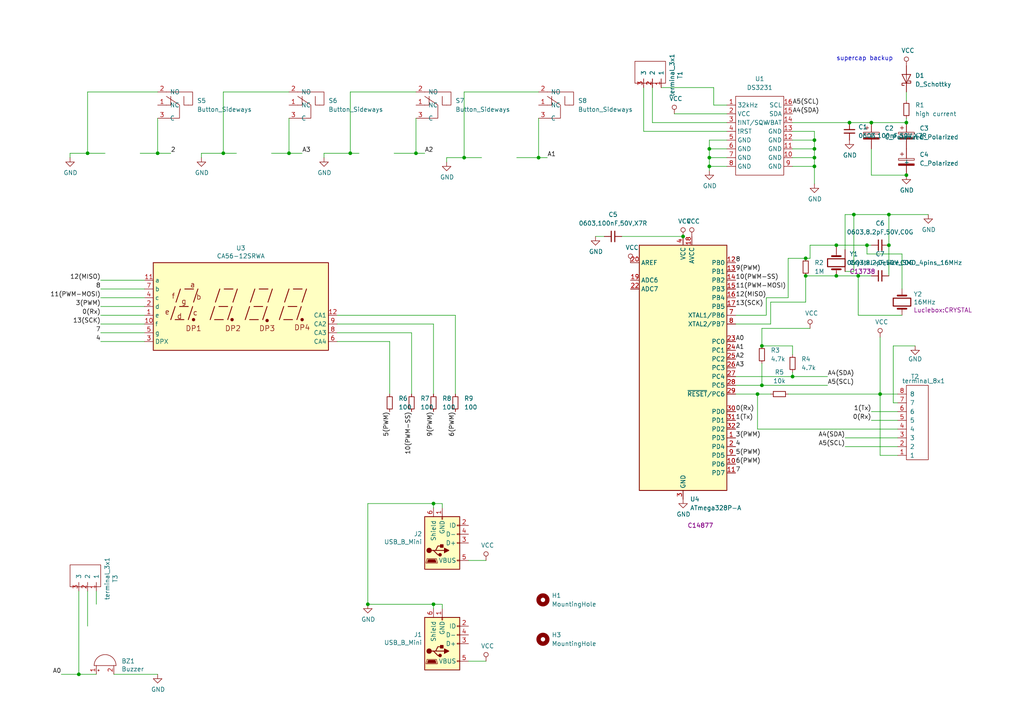
<source format=kicad_sch>
(kicad_sch (version 20211123) (generator eeschema)
  (paper "A4")
  (lib_symbols
    (symbol "ATmega328P-A_1"
      (property "Reference" "U?" (at 2.0194 -38.1 0))
      (property "Value" "ATmega328P-A_1" (at 2.0194 -40.64 0))
      (property "LCSC" "C14877" (at 0 0 0))
      (symbol "ATmega328P-A_1_0_1"
        (rectangle (start -12.7 -35.56) (end 12.7 35.56) (stroke (width 0.254)) (fill (type background)))
      )
      (symbol "ATmega328P-A_1_1_1"
        (pin bidirectional line (at 15.24 -20.32 180) (length 2.54) (name "PD3") (number "1"))
        (pin bidirectional line (at 15.24 -27.94 180) (length 2.54) (name "PD6") (number "10"))
        (pin bidirectional line (at 15.24 -30.48 180) (length 2.54) (name "PD7") (number "11"))
        (pin bidirectional line (at 15.24 30.48 180) (length 2.54) (name "PB0") (number "12"))
        (pin bidirectional line (at 15.24 27.94 180) (length 2.54) (name "PB1") (number "13"))
        (pin bidirectional line (at 15.24 25.4 180) (length 2.54) (name "PB2") (number "14"))
        (pin bidirectional line (at 15.24 22.86 180) (length 2.54) (name "PB3") (number "15"))
        (pin bidirectional line (at 15.24 20.32 180) (length 2.54) (name "PB4") (number "16"))
        (pin bidirectional line (at 15.24 17.78 180) (length 2.54) (name "PB5") (number "17"))
        (pin power_in line (at 2.54 38.1 270) (length 2.54) (name "AVCC") (number "18"))
        (pin input line (at -15.24 25.4 0) (length 2.54) (name "ADC6") (number "19"))
        (pin bidirectional line (at 15.24 -22.86 180) (length 2.54) (name "PD4") (number "2"))
        (pin passive line (at -15.24 30.48 0) (length 2.54) (name "AREF") (number "20"))
        (pin passive line (at 0 -38.1 90) (length 2.54) hide (name "GND") (number "21"))
        (pin input line (at -15.24 22.86 0) (length 2.54) (name "ADC7") (number "22"))
        (pin bidirectional line (at 15.24 7.62 180) (length 2.54) (name "PC0") (number "23"))
        (pin bidirectional line (at 15.24 5.08 180) (length 2.54) (name "PC1") (number "24"))
        (pin bidirectional line (at 15.24 2.54 180) (length 2.54) (name "PC2") (number "25"))
        (pin bidirectional line (at 15.24 0 180) (length 2.54) (name "PC3") (number "26"))
        (pin bidirectional line (at 15.24 -2.54 180) (length 2.54) (name "PC4") (number "27"))
        (pin bidirectional line (at 15.24 -5.08 180) (length 2.54) (name "PC5") (number "28"))
        (pin bidirectional line (at 15.24 -7.62 180) (length 2.54) (name "~{RESET}/PC6") (number "29"))
        (pin power_in line (at 0 -38.1 90) (length 2.54) (name "GND") (number "3"))
        (pin bidirectional line (at 15.24 -12.7 180) (length 2.54) (name "PD0") (number "30"))
        (pin bidirectional line (at 15.24 -15.24 180) (length 2.54) (name "PD1") (number "31"))
        (pin bidirectional line (at 15.24 -17.78 180) (length 2.54) (name "PD2") (number "32"))
        (pin power_in line (at 0 38.1 270) (length 2.54) (name "VCC") (number "4"))
        (pin passive line (at 0 -38.1 90) (length 2.54) hide (name "GND") (number "5"))
        (pin passive line (at 0 38.1 270) (length 2.54) hide (name "VCC") (number "6"))
        (pin bidirectional line (at 15.24 15.24 180) (length 2.54) (name "XTAL1/PB6") (number "7"))
        (pin bidirectional line (at 15.24 12.7 180) (length 2.54) (name "XTAL2/PB7") (number "8"))
        (pin bidirectional line (at 15.24 -25.4 180) (length 2.54) (name "PD5") (number "9"))
      )
    )
    (symbol "Luciebox_components:4digit_7segments_common_anode_CA56-12SRWA"
      (property "Reference" "U" (at -24.13 13.97 0))
      (property "Value" "4digit_7segments_common_anode_CA56-12SRWA" (at 17.78 13.97 0))
      (symbol "4digit_7segments_common_anode_CA56-12SRWA_0_0"
        (rectangle (start -25.4 12.7) (end 25.4 -12.7) (stroke (width 0.254)) (fill (type background)))
        (polyline (pts (xy -20.32 -3.81) (xy -19.05 0)) (stroke (width 0.254)))
        (polyline (pts (xy -19.05 -3.81) (xy -16.51 -3.81)) (stroke (width 0.254)))
        (polyline (pts (xy -18.796 1.27) (xy -17.526 5.08)) (stroke (width 0.254)))
        (polyline (pts (xy -17.78 0) (xy -15.24 0)) (stroke (width 0.254)))
        (polyline (pts (xy -16.256 5.08) (xy -13.716 5.08)) (stroke (width 0.254)))
        (polyline (pts (xy -15.24 -3.81) (xy -13.97 0)) (stroke (width 0.254)))
        (polyline (pts (xy -13.716 1.27) (xy -12.446 5.08)) (stroke (width 0.254)))
        (polyline (pts (xy -8.89 -3.81) (xy -7.62 0)) (stroke (width 0.254)))
        (polyline (pts (xy -7.62 -3.81) (xy -5.08 -3.81)) (stroke (width 0.254)))
        (polyline (pts (xy -7.366 1.27) (xy -6.096 5.08)) (stroke (width 0.254)))
        (polyline (pts (xy -6.35 0) (xy -3.81 0)) (stroke (width 0.254)))
        (polyline (pts (xy -4.826 5.08) (xy -2.286 5.08)) (stroke (width 0.254)))
        (polyline (pts (xy -3.81 -3.81) (xy -2.54 0)) (stroke (width 0.254)))
        (polyline (pts (xy -2.286 1.27) (xy -1.016 5.08)) (stroke (width 0.254)))
        (polyline (pts (xy 1.27 -3.81) (xy 2.54 0)) (stroke (width 0.254)))
        (polyline (pts (xy 2.54 -3.81) (xy 5.08 -3.81)) (stroke (width 0.254)))
        (polyline (pts (xy 2.794 1.27) (xy 4.064 5.08)) (stroke (width 0.254)))
        (polyline (pts (xy 3.81 0) (xy 6.35 0)) (stroke (width 0.254)))
        (polyline (pts (xy 5.334 5.08) (xy 7.874 5.08)) (stroke (width 0.254)))
        (polyline (pts (xy 6.35 -3.81) (xy 7.62 0)) (stroke (width 0.254)))
        (polyline (pts (xy 7.874 1.27) (xy 9.144 5.08)) (stroke (width 0.254)))
        (polyline (pts (xy 11.176 -3.81) (xy 12.446 0)) (stroke (width 0.254)))
        (polyline (pts (xy 12.446 -3.81) (xy 14.986 -3.81)) (stroke (width 0.254)))
        (polyline (pts (xy 12.7 1.27) (xy 13.97 5.08)) (stroke (width 0.254)))
        (polyline (pts (xy 13.716 0) (xy 16.256 0)) (stroke (width 0.254)))
        (polyline (pts (xy 15.24 5.08) (xy 17.78 5.08)) (stroke (width 0.254)))
        (polyline (pts (xy 16.256 -3.81) (xy 17.526 0)) (stroke (width 0.254)))
        (polyline (pts (xy 17.78 1.27) (xy 19.05 5.08)) (stroke (width 0.254)))
        (text "a" (at -13.97 6.35 0) (effects (font (size 1.524 1.524))))
        (text "b" (at -12.192 2.794 0) (effects (font (size 1.524 1.524))))
        (text "c" (at -13.208 -1.778 0) (effects (font (size 1.524 1.524))))
        (text "d" (at -17.78 -2.794 0) (effects (font (size 1.524 1.524))))
        (text "DP1" (at -13.716 -6.35 0) (effects (font (size 1.524 1.524))))
        (text "DP2" (at -2.286 -6.35 0) (effects (font (size 1.524 1.524))))
        (text "DP3" (at 7.62 -6.35 0) (effects (font (size 1.524 1.524))))
        (text "DP4" (at 17.78 -6.096 0) (effects (font (size 1.524 1.524))))
        (text "e" (at -21.336 -1.524 0) (effects (font (size 1.524 1.524))))
        (text "f" (at -19.558 3.048 0) (effects (font (size 1.524 1.524))))
        (text "g" (at -16.51 1.524 0) (effects (font (size 1.524 1.524))))
      )
      (symbol "4digit_7segments_common_anode_CA56-12SRWA_0_1"
        (circle (center -13.716 -3.81) (radius 0.3556) (stroke (width 0.254)) (fill (type outline)))
        (circle (center -2.54 -3.81) (radius 0.3556) (stroke (width 0.254)) (fill (type outline)))
      )
      (symbol "4digit_7segments_common_anode_CA56-12SRWA_1_0"
        (circle (center 7.62 -4.064) (radius 0.3556) (stroke (width 0.254)) (fill (type outline)))
        (circle (center 17.78 -3.81) (radius 0.3556) (stroke (width 0.254)) (fill (type outline)))
      )
      (symbol "4digit_7segments_common_anode_CA56-12SRWA_1_1"
        (pin input line (at -27.94 -2.54 0) (length 2.54) (name "e") (number "1"))
        (pin input line (at -27.94 -5.08 0) (length 2.54) (name "f") (number "10"))
        (pin input line (at -27.94 7.62 0) (length 2.54) (name "a") (number "11"))
        (pin input line (at 27.94 -2.54 180) (length 2.54) (name "CA1") (number "12"))
        (pin input line (at -27.94 0 0) (length 2.54) (name "d") (number "2"))
        (pin input line (at -27.94 -10.16 0) (length 2.54) (name "DPX") (number "3"))
        (pin input line (at -27.94 2.54 0) (length 2.54) (name "c") (number "4"))
        (pin input line (at -27.94 -7.62 0) (length 2.54) (name "g") (number "5"))
        (pin input line (at 27.94 -10.16 180) (length 2.54) (name "CA4") (number "6"))
        (pin input line (at -27.94 5.08 0) (length 2.54) (name "b") (number "7"))
        (pin input line (at 27.94 -7.62 180) (length 2.54) (name "CA3") (number "8"))
        (pin input line (at 27.94 -5.08 180) (length 2.54) (name "CA2") (number "9"))
      )
    )
    (symbol "Luciebox_components:Buzzer-Device" (pin_names (offset 0.0254) hide)
      (property "Reference" "BZ" (at 3.81 1.27 0))
      (property "Value" "Buzzer-Device" (at 3.81 -1.27 0))
      (symbol "Buzzer-Device_0_1"
        (arc (start 0 -3.175) (mid 3.175 0) (end 0 3.175))
        (polyline (pts (xy -1.651 1.905) (xy -1.143 1.905)))
        (polyline (pts (xy -1.397 2.159) (xy -1.397 1.651)))
        (polyline (pts (xy 0 3.175) (xy 0 -3.175)))
      )
      (symbol "Buzzer-Device_1_1"
        (pin passive line (at -2.54 2.54 0) (length 2.54) (name "-") (number "1"))
        (pin passive line (at -2.54 -2.54 0) (length 2.54) (name "+") (number "2"))
      )
    )
    (symbol "Luciebox_components:Crystal-Device" (pin_numbers hide) (pin_names (offset 1.016) hide)
      (property "Reference" "Y" (at 0 3.81 0))
      (property "Value" "Crystal-Device" (at 0 -3.81 0))
      (symbol "Crystal-Device_0_1"
        (rectangle (start -1.143 2.54) (end 1.143 -2.54) (stroke (width 0.3048)))
        (polyline (pts (xy -2.54 0) (xy -1.905 0)))
        (polyline (pts (xy -1.905 -1.27) (xy -1.905 1.27)) (stroke (width 0.508)))
        (polyline (pts (xy 1.905 -1.27) (xy 1.905 1.27)) (stroke (width 0.508)))
        (polyline (pts (xy 2.54 0) (xy 1.905 0)))
      )
      (symbol "Crystal-Device_1_1"
        (pin passive line (at -3.81 0 0) (length 1.27) (name "1") (number "1"))
        (pin passive line (at 3.81 0 180) (length 1.27) (name "2") (number "2"))
      )
    )
    (symbol "Luciebox_components:GND-power" (power) (pin_names (offset 0))
      (property "Value" "GND-power" (at 0 -3.81 0))
      (symbol "GND-power_0_1"
        (polyline (pts (xy 0 0) (xy 0 -1.27) (xy 1.27 -1.27) (xy 0 -2.54) (xy -1.27 -1.27) (xy 0 -1.27)))
      )
      (symbol "GND-power_1_1"
        (pin power_in line (at 0 0 270) (length 0) hide (name "GND") (number "1"))
      )
    )
    (symbol "Luciebox_components:USB_B_Mini" (pin_names (offset 1.016))
      (property "Reference" "J" (at -5.08 11.43 0))
      (property "Value" "USB_B_Mini" (at -5.08 8.89 0))
      (symbol "USB_B_Mini_0_1"
        (rectangle (start -5.08 -7.62) (end 5.08 7.62) (stroke (width 0.254)) (fill (type background)))
        (circle (center -3.81 2.159) (radius 0.635) (stroke (width 0.254)) (fill (type outline)))
        (circle (center -0.635 3.429) (radius 0.381) (stroke (width 0.254)) (fill (type outline)))
        (rectangle (start -0.127 -7.62) (end 0.127 -6.858))
        (polyline (pts (xy -1.905 2.159) (xy 0.635 2.159)) (stroke (width 0.254)))
        (polyline (pts (xy -3.175 2.159) (xy -2.54 2.159) (xy -1.27 3.429) (xy -0.635 3.429)) (stroke (width 0.254)))
        (polyline (pts (xy -2.54 2.159) (xy -1.905 2.159) (xy -1.27 0.889) (xy 0 0.889)) (stroke (width 0.254)))
        (polyline (pts (xy 0.635 2.794) (xy 0.635 1.524) (xy 1.905 2.159) (xy 0.635 2.794)) (stroke (width 0.254)) (fill (type outline)))
        (polyline (pts (xy -4.318 5.588) (xy -1.778 5.588) (xy -2.032 4.826) (xy -4.064 4.826) (xy -4.318 5.588)) (fill (type outline)))
        (polyline (pts (xy -4.699 5.842) (xy -4.699 5.588) (xy -4.445 4.826) (xy -4.445 4.572) (xy -1.651 4.572) (xy -1.651 4.826) (xy -1.397 5.588) (xy -1.397 5.842) (xy -4.699 5.842)))
        (rectangle (start 0.254 1.27) (end -0.508 0.508) (stroke (width 0.254)) (fill (type outline)))
        (rectangle (start 5.08 -5.207) (end 4.318 -4.953))
        (rectangle (start 5.08 -2.667) (end 4.318 -2.413))
        (rectangle (start 5.08 -0.127) (end 4.318 0.127))
        (rectangle (start 5.08 4.953) (end 4.318 5.207))
      )
      (symbol "USB_B_Mini_1_1"
        (pin power_out line (at 0 -10.16 90) (length 2.54) (name "GND") (number "1"))
        (pin passive line (at 7.62 -5.08 180) (length 2.54) (name "ID") (number "2"))
        (pin passive line (at 7.62 0 180) (length 2.54) (name "D+") (number "3"))
        (pin passive line (at 7.62 -2.54 180) (length 2.54) (name "D-") (number "4"))
        (pin power_out line (at 7.62 5.08 180) (length 2.54) (name "VBUS") (number "5"))
        (pin passive line (at -2.54 -10.16 90) (length 2.54) (name "Shield") (number "6"))
      )
    )
    (symbol "Luciebox_components:VCC-power" (power) (pin_names (offset 0))
      (property "Value" "VCC-power" (at 0 3.81 0))
      (symbol "VCC-power_0_1"
        (polyline (pts (xy 0 0) (xy 0 1.27)))
        (circle (center 0 1.905) (radius 0.635))
      )
      (symbol "VCC-power_1_1"
        (pin power_in line (at 0 0 90) (length 0) hide (name "VCC") (number "1"))
      )
    )
    (symbol "Luciebox_components:terminal_3x1" (pin_names (offset 1.016))
      (property "Reference" "T" (at -1.27 10.16 0))
      (property "Value" "terminal_3x1" (at 2.54 -5.08 0))
      (symbol "terminal_3x1_0_0"
        (pin input line (at -1.27 0 0) (length 2.54) (name "1") (number "1"))
        (pin input line (at -1.27 2.54 0) (length 2.54) (name "2") (number "2"))
        (pin input line (at -1.27 5.08 0) (length 2.54) (name "3") (number "3"))
      )
      (symbol "terminal_3x1_0_1"
        (rectangle (start 0 7.62) (end 6.35 -1.27))
      )
    )
    (symbol "Luciebox_components:terminal_8x1" (pin_names (offset 1.016))
      (property "Reference" "T" (at -1.27 27.94 0))
      (property "Value" "terminal_8x1" (at 2.54 -5.08 0))
      (symbol "terminal_8x1_0_0"
        (pin input line (at -1.27 0 0) (length 2.54) (name "1") (number "1"))
        (pin input line (at -1.27 2.54 0) (length 2.54) (name "2") (number "2"))
        (pin input line (at -1.27 5.08 0) (length 2.54) (name "3") (number "3"))
        (pin input line (at -1.27 7.62 0) (length 2.54) (name "4") (number "4"))
        (pin input line (at -1.27 10.16 0) (length 2.54) (name "5") (number "5"))
        (pin input line (at -1.27 12.7 0) (length 2.54) (name "6") (number "6"))
        (pin input line (at -1.27 15.24 0) (length 2.54) (name "7") (number "7"))
        (pin input line (at -1.27 17.78 0) (length 2.54) (name "8") (number "8"))
      )
      (symbol "terminal_8x1_0_1"
        (rectangle (start 1.27 20.32) (end 7.62 -1.27))
      )
    )
    (symbol "digital_clock:Button_Sideways" (pin_names (offset 1.016))
      (property "Reference" "S" (at 0 5.08 0))
      (property "Value" "Button_Sideways" (at 0 -15.24 0))
      (symbol "Button_Sideways_0_1"
        (polyline (pts (xy 6.35 -5.08) (xy 5.08 -5.08) (xy 5.08 -2.54)))
        (polyline (pts (xy 0 -8.89) (xy 3.81 -8.89) (xy 3.81 -5.08) (xy 0 -2.54)))
        (polyline (pts (xy 0 -1.27) (xy 7.62 -1.27) (xy 7.62 -5.08) (xy 6.35 -5.08)))
        (polyline (pts (xy 1.27 -2.54) (xy 1.27 -5.08) (xy 0 -5.08) (xy 1.27 -5.08)))
      )
      (symbol "Button_Sideways_1_1"
        (pin input line (at -2.54 -5.08 0) (length 2.54) (name "NC") (number "1"))
        (pin input line (at -2.54 -1.27 0) (length 2.54) (name "NO") (number "2"))
        (pin input line (at -2.54 -8.89 0) (length 2.54) (name "C") (number "3"))
      )
    )
    (symbol "digital_clock:C_Polarized" (pin_numbers hide) (pin_names (offset 0.254))
      (property "Reference" "C" (at 0.635 2.54 0))
      (property "Value" "C_Polarized" (at 0.635 -2.54 0))
      (symbol "C_Polarized_0_1"
        (rectangle (start -2.286 0.508) (end 2.286 1.016))
        (polyline (pts (xy -1.778 2.286) (xy -0.762 2.286)))
        (polyline (pts (xy -1.27 2.794) (xy -1.27 1.778)))
        (rectangle (start 2.286 -0.508) (end -2.286 -1.016) (fill (type outline)))
      )
      (symbol "C_Polarized_1_1"
        (pin passive line (at 0 3.81 270) (length 2.794) (name "+") (number "1"))
        (pin passive line (at 0 -3.81 90) (length 2.794) (name "-") (number "2"))
      )
    )
    (symbol "digital_clock:Crystal-Device_SMD_4pins_16MHz" (pin_numbers hide) (pin_names (offset 1.016) hide)
      (property "Reference" "Y" (at 0 3.81 0))
      (property "Value" "Crystal-Device_SMD_4pins_16MHz" (at 1.27 -7.62 0))
      (property "JLCS" "C13738" (at 0 6.35 0))
      (symbol "Crystal-Device_SMD_4pins_16MHz_0_0"
        (pin passive line (at 5.08 0 180) (length 2.54) (name "OSC2") (number "3"))
        (pin passive line (at 3.81 -2.54 180) (length 2.54) (name "GND") (number "4"))
      )
      (symbol "Crystal-Device_SMD_4pins_16MHz_0_1"
        (rectangle (start -1.143 2.54) (end 1.143 -2.54) (stroke (width 0.3048)))
        (polyline (pts (xy -2.54 0) (xy -1.905 0)))
        (polyline (pts (xy -1.905 -1.27) (xy -1.905 1.27)) (stroke (width 0.508)))
        (polyline (pts (xy 1.905 -1.27) (xy 1.905 1.27)) (stroke (width 0.508)))
        (polyline (pts (xy 2.54 0) (xy 1.905 0)))
      )
      (symbol "Crystal-Device_SMD_4pins_16MHz_1_1"
        (pin passive line (at -3.81 0 0) (length 1.27) (name "OSC1") (number "1"))
        (pin passive line (at -2.54 -2.54 0) (length 1.27) (name "GND") (number "2"))
      )
    )
    (symbol "digital_clock:DS3231"
      (property "Reference" "U" (at 0 0 0))
      (property "Value" "DS3231" (at 0 0 0))
      (symbol "DS3231_0_0"
        (pin unspecified line (at -11.43 -6.35 0) (length 2.54) (name "32kHz") (number "1"))
        (pin unspecified line (at 7.62 -21.59 180) (length 2.54) (name "GND") (number "10"))
        (pin unspecified line (at 7.62 -19.05 180) (length 2.54) (name "GND") (number "11"))
        (pin unspecified line (at 7.62 -16.51 180) (length 2.54) (name "GND") (number "12"))
        (pin unspecified line (at 7.62 -13.97 180) (length 2.54) (name "GND") (number "13"))
        (pin unspecified line (at 7.62 -11.43 180) (length 2.54) (name "VBAT") (number "14"))
        (pin unspecified line (at 7.62 -8.89 180) (length 2.54) (name "SDA") (number "15"))
        (pin unspecified line (at 7.62 -6.35 180) (length 2.54) (name "SCL") (number "16"))
        (pin unspecified line (at -11.43 -8.89 0) (length 2.54) (name "VCC") (number "2"))
        (pin unspecified line (at -11.43 -11.43 0) (length 2.54) (name "!INT/SQW") (number "3"))
        (pin unspecified line (at -11.43 -13.97 0) (length 2.54) (name "!RST") (number "4"))
        (pin unspecified line (at -11.43 -16.51 0) (length 2.54) (name "GND") (number "5"))
        (pin unspecified line (at -11.43 -19.05 0) (length 2.54) (name "GND") (number "6"))
        (pin unspecified line (at -11.43 -21.59 0) (length 2.54) (name "GND") (number "7"))
        (pin unspecified line (at -11.43 -24.13 0) (length 2.54) (name "GND") (number "8"))
        (pin unspecified line (at 7.62 -24.13 180) (length 2.54) (name "GND") (number "9"))
      )
      (symbol "DS3231_0_1"
        (rectangle (start -8.89 -3.81) (end 5.08 -26.67))
      )
    )
    (symbol "digital_clock:D_Schottky" (pin_numbers hide) (pin_names (offset 1.016) hide)
      (property "Reference" "D" (at 0 2.54 0))
      (property "Value" "D_Schottky" (at 0 -2.54 0))
      (symbol "D_Schottky_0_1"
        (polyline (pts (xy 1.27 0) (xy -1.27 0)))
        (polyline (pts (xy 1.27 1.27) (xy 1.27 -1.27) (xy -1.27 0) (xy 1.27 1.27)) (stroke (width 0.2032)))
        (polyline (pts (xy -1.905 0.635) (xy -1.905 1.27) (xy -1.27 1.27) (xy -1.27 -1.27) (xy -0.635 -1.27) (xy -0.635 -0.635)) (stroke (width 0.2032)))
      )
      (symbol "D_Schottky_1_1"
        (pin passive line (at -3.81 0 0) (length 2.54) (name "K") (number "1"))
        (pin passive line (at 3.81 0 180) (length 2.54) (name "A") (number "2"))
      )
    )
    (symbol "digital_clock:MountingHole" (pin_names (offset 1.016))
      (property "Reference" "H" (at 0 5.08 0))
      (property "Value" "MountingHole" (at 0 3.175 0))
      (symbol "MountingHole_0_1"
        (circle (center 0 0) (radius 1.27) (stroke (width 1.27)))
      )
    )
    (symbol "jlcpcb-basic-capacitor:0603,100nF,50V,X7R "
      (property "Reference" "C" (at 1.71 0.508 0))
      (property "Value" "0603,100nF,50V,X7R " (at 1.71 -1.016 0))
      (symbol "0603,100nF,50V,X7R _0_0"
        (polyline (pts (xy -1.524 -0.508) (xy 1.524 -0.508)) (stroke (width 0.3048)))
        (polyline (pts (xy -1.524 0.508) (xy 1.524 0.508)) (stroke (width 0.3048)))
        (pin passive line (at 0 2.54 270) (length 2.032) (name "~") (number "1"))
        (pin passive line (at 0 -2.54 90) (length 2.032) (name "~") (number "2"))
      )
    )
    (symbol "jlcpcb-basic-capacitor:0603,8.2pF,50V,C0G "
      (property "Reference" "C" (at 1.71 0.508 0))
      (property "Value" "0603,8.2pF,50V,C0G " (at 1.71 -1.016 0))
      (symbol "0603,8.2pF,50V,C0G _0_0"
        (polyline (pts (xy -1.524 -0.508) (xy 1.524 -0.508)) (stroke (width 0.3048)))
        (polyline (pts (xy -1.524 0.508) (xy 1.524 0.508)) (stroke (width 0.3048)))
        (pin passive line (at 0 2.54 270) (length 2.032) (name "~") (number "1"))
        (pin passive line (at 0 -2.54 90) (length 2.032) (name "~") (number "2"))
      )
    )
    (symbol "jlcpcb-basic-resistor-0402:100"
      (property "Reference" "R" (at 0.762 0.508 0))
      (property "Value" "100" (at 0.762 -1.016 0))
      (symbol "100_0_0"
        (rectangle (start -0.762 1.778) (end 0.762 -1.778) (stroke (width 0.2032)))
        (pin passive line (at 0 2.54 270) (length 0.762) (name "~") (number "1"))
        (pin passive line (at 0 -2.54 90) (length 0.762) (name "~") (number "2"))
      )
    )
    (symbol "jlcpcb-basic-resistor-0603:10k"
      (property "Reference" "R" (at 0.762 0.508 0))
      (property "Value" "10k" (at 0.762 -1.016 0))
      (symbol "10k_0_0"
        (rectangle (start -0.762 1.778) (end 0.762 -1.778) (stroke (width 0.2032)))
        (pin passive line (at 0 2.54 270) (length 0.762) (name "~") (number "1"))
        (pin passive line (at 0 -2.54 90) (length 0.762) (name "~") (number "2"))
      )
    )
    (symbol "jlcpcb-basic-resistor-0603:1M"
      (property "Reference" "R" (at 0.762 0.508 0))
      (property "Value" "1M" (at 0.762 -1.016 0))
      (symbol "1M_0_0"
        (rectangle (start -0.762 1.778) (end 0.762 -1.778) (stroke (width 0.2032)))
        (pin passive line (at 0 2.54 270) (length 0.762) (name "~") (number "1"))
        (pin passive line (at 0 -2.54 90) (length 0.762) (name "~") (number "2"))
      )
    )
    (symbol "jlcpcb-basic-resistor-0603:4.7k"
      (property "Reference" "R" (at 0.762 0.508 0))
      (property "Value" "4.7k" (at 0.762 -1.016 0))
      (symbol "4.7k_0_0"
        (rectangle (start -0.762 1.778) (end 0.762 -1.778) (stroke (width 0.2032)))
        (pin passive line (at 0 2.54 270) (length 0.762) (name "~") (number "1"))
        (pin passive line (at 0 -2.54 90) (length 0.762) (name "~") (number "2"))
      )
    )
  )
  (junction (at 247.65 62.23))
  (junction (at 242.57 80.01))
  (junction (at 248.92 80.01))
  (junction (at 45.72 44.45))
  (junction (at 25.4 44.45))
  (junction (at 198.12 68.58))
  (junction (at 220.98 100.33))
  (junction (at 257.81 62.23))
  (junction (at 101.6 44.45))
  (junction (at 233.68 74.93))
  (junction (at 125.73 146.05))
  (junction (at 233.68 80.01))
  (junction (at 205.74 48.26))
  (junction (at 229.87 109.22))
  (junction (at 262.89 35.56))
  (junction (at 106.68 175.26))
  (junction (at 251.46 71.12))
  (junction (at 64.77 44.45))
  (junction (at 255.27 114.3))
  (junction (at 205.74 45.72))
  (junction (at 219.71 114.3))
  (junction (at 156.21 45.72))
  (junction (at 262.89 50.8))
  (junction (at 236.22 43.18))
  (junction (at 83.82 44.45))
  (junction (at 236.22 40.64))
  (junction (at 22.86 195.58))
  (junction (at 242.57 71.12))
  (junction (at 120.65 44.45))
  (junction (at 257.81 71.12))
  (junction (at 236.22 45.72))
  (junction (at 220.98 111.76))
  (junction (at 236.22 48.26))
  (junction (at 125.73 175.26))
  (junction (at 246.38 35.56))
  (junction (at 252.73 35.56))
  (junction (at 205.74 43.18))
  (junction (at 134.62 45.72))
  (wire (pts (xy 106.68 175.26) (xy 125.73 175.26)))
  (wire (pts (xy 83.82 26.67) (xy 64.77 26.67)))
  (wire (pts (xy 229.87 40.64) (xy 236.22 40.64)))
  (wire (pts (xy 213.36 109.22) (xy 229.87 109.22)))
  (wire (pts (xy 83.82 34.29) (xy 83.82 44.45)))
  (wire (pts (xy 242.57 71.12) (xy 251.46 71.12)))
  (wire (pts (xy 245.11 62.23) (xy 247.65 62.23)))
  (wire (pts (xy 262.89 34.29) (xy 262.89 35.56)))
  (wire (pts (xy 261.62 83.82) (xy 261.62 73.66)))
  (wire (pts (xy 213.36 111.76) (xy 220.98 111.76)))
  (wire (pts (xy 205.74 40.64) (xy 205.74 43.18)))
  (wire (pts (xy 261.62 73.66) (xy 251.46 73.66)))
  (wire (pts (xy 205.74 43.18) (xy 205.74 45.72)))
  (wire (pts (xy 233.68 74.93) (xy 234.95 74.93)))
  (wire (pts (xy 223.52 87.63) (xy 223.52 93.98)))
  (wire (pts (xy 20.32 44.45) (xy 20.32 45.72)))
  (wire (pts (xy 64.77 26.67) (xy 64.77 44.45)))
  (wire (pts (xy 29.21 91.44) (xy 41.91 91.44)))
  (wire (pts (xy 233.68 80.01) (xy 242.57 80.01)))
  (wire (pts (xy 259.08 116.84) (xy 259.08 100.33)))
  (wire (pts (xy 25.4 171.45) (xy 25.4 181.61)))
  (wire (pts (xy 29.21 88.9) (xy 41.91 88.9)))
  (wire (pts (xy 180.34 68.58) (xy 198.12 68.58)))
  (wire (pts (xy 189.23 35.56) (xy 189.23 25.4)))
  (wire (pts (xy 68.58 44.45) (xy 64.77 44.45)))
  (wire (pts (xy 27.94 175.26) (xy 27.94 171.45)))
  (wire (pts (xy 229.87 107.95) (xy 229.87 109.22)))
  (wire (pts (xy 195.58 33.02) (xy 210.82 33.02)))
  (wire (pts (xy 229.87 48.26) (xy 236.22 48.26)))
  (wire (pts (xy 156.21 26.67) (xy 134.62 26.67)))
  (wire (pts (xy 222.25 86.36) (xy 228.6 86.36)))
  (wire (pts (xy 97.79 99.06) (xy 113.03 99.06)))
  (wire (pts (xy 22.86 195.58) (xy 27.94 195.58)))
  (wire (pts (xy 260.35 116.84) (xy 259.08 116.84)))
  (wire (pts (xy 219.71 124.46) (xy 219.71 114.3)))
  (wire (pts (xy 228.6 86.36) (xy 228.6 74.93)))
  (wire (pts (xy 252.73 43.18) (xy 252.73 50.8)))
  (wire (pts (xy 125.73 175.26) (xy 125.73 176.53)))
  (wire (pts (xy 228.6 114.3) (xy 255.27 114.3)))
  (wire (pts (xy 210.82 40.64) (xy 205.74 40.64)))
  (wire (pts (xy 252.73 50.8) (xy 262.89 50.8)))
  (wire (pts (xy 257.81 71.12) (xy 257.81 80.01)))
  (wire (pts (xy 236.22 38.1) (xy 236.22 40.64)))
  (wire (pts (xy 252.73 35.56) (xy 262.89 35.56)))
  (wire (pts (xy 247.65 62.23) (xy 247.65 78.74)))
  (wire (pts (xy 186.69 38.1) (xy 210.82 38.1)))
  (wire (pts (xy 104.14 44.45) (xy 101.6 44.45)))
  (wire (pts (xy 245.11 78.74) (xy 247.65 78.74)))
  (wire (pts (xy 29.21 86.36) (xy 41.91 86.36)))
  (wire (pts (xy 119.38 96.52) (xy 119.38 114.3)))
  (wire (pts (xy 246.38 35.56) (xy 252.73 35.56)))
  (wire (pts (xy 251.46 71.12) (xy 252.73 71.12)))
  (wire (pts (xy 251.46 73.66) (xy 251.46 71.12)))
  (wire (pts (xy 113.03 99.06) (xy 113.03 114.3)))
  (wire (pts (xy 29.21 83.82) (xy 41.91 83.82)))
  (wire (pts (xy 45.72 34.29) (xy 45.72 44.45)))
  (wire (pts (xy 205.74 45.72) (xy 205.74 48.26)))
  (wire (pts (xy 234.95 74.93) (xy 234.95 71.12)))
  (wire (pts (xy 229.87 109.22) (xy 240.03 109.22)))
  (wire (pts (xy 245.11 72.39) (xy 245.11 62.23)))
  (wire (pts (xy 29.21 81.28) (xy 41.91 81.28)))
  (wire (pts (xy 189.23 35.56) (xy 210.82 35.56)))
  (wire (pts (xy 139.7 45.72) (xy 134.62 45.72)))
  (wire (pts (xy 33.02 195.58) (xy 45.72 195.58)))
  (wire (pts (xy 125.73 146.05) (xy 128.27 146.05)))
  (wire (pts (xy 205.74 48.26) (xy 205.74 49.53)))
  (wire (pts (xy 234.95 71.12) (xy 242.57 71.12)))
  (wire (pts (xy 233.68 87.63) (xy 223.52 87.63)))
  (wire (pts (xy 45.72 26.67) (xy 25.4 26.67)))
  (wire (pts (xy 234.95 95.25) (xy 220.98 95.25)))
  (wire (pts (xy 134.62 26.67) (xy 134.62 45.72)))
  (wire (pts (xy 29.21 93.98) (xy 41.91 93.98)))
  (wire (pts (xy 236.22 48.26) (xy 236.22 53.34)))
  (wire (pts (xy 114.3 44.45) (xy 120.65 44.45)))
  (wire (pts (xy 186.69 25.4) (xy 186.69 38.1)))
  (wire (pts (xy 259.08 100.33) (xy 265.43 100.33)))
  (wire (pts (xy 262.89 26.67) (xy 262.89 29.21)))
  (wire (pts (xy 236.22 40.64) (xy 236.22 43.18)))
  (wire (pts (xy 255.27 132.08) (xy 260.35 132.08)))
  (wire (pts (xy 207.01 30.48) (xy 210.82 30.48)))
  (wire (pts (xy 149.86 45.72) (xy 156.21 45.72)))
  (wire (pts (xy 29.21 96.52) (xy 41.91 96.52)))
  (wire (pts (xy 255.27 114.3) (xy 255.27 132.08)))
  (wire (pts (xy 261.62 91.44) (xy 248.92 91.44)))
  (wire (pts (xy 236.22 45.72) (xy 236.22 48.26)))
  (wire (pts (xy 220.98 111.76) (xy 240.03 111.76)))
  (wire (pts (xy 242.57 80.01) (xy 248.92 80.01)))
  (wire (pts (xy 207.01 25.4) (xy 207.01 30.48)))
  (wire (pts (xy 229.87 35.56) (xy 246.38 35.56)))
  (wire (pts (xy 120.65 44.45) (xy 123.19 44.45)))
  (wire (pts (xy 101.6 26.67) (xy 101.6 44.45)))
  (wire (pts (xy 252.73 121.92) (xy 260.35 121.92)))
  (wire (pts (xy 252.73 119.38) (xy 260.35 119.38)))
  (wire (pts (xy 205.74 45.72) (xy 210.82 45.72)))
  (wire (pts (xy 128.27 175.26) (xy 128.27 176.53)))
  (wire (pts (xy 129.54 45.72) (xy 129.54 46.99)))
  (wire (pts (xy 229.87 45.72) (xy 236.22 45.72)))
  (wire (pts (xy 220.98 95.25) (xy 220.98 100.33)))
  (wire (pts (xy 222.25 91.44) (xy 222.25 86.36)))
  (wire (pts (xy 120.65 26.67) (xy 101.6 26.67)))
  (wire (pts (xy 125.73 93.98) (xy 125.73 114.3)))
  (wire (pts (xy 29.21 99.06) (xy 41.91 99.06)))
  (wire (pts (xy 236.22 43.18) (xy 236.22 45.72)))
  (wire (pts (xy 248.92 91.44) (xy 248.92 80.01)))
  (wire (pts (xy 97.79 93.98) (xy 125.73 93.98)))
  (wire (pts (xy 257.81 62.23) (xy 269.24 62.23)))
  (wire (pts (xy 132.08 91.44) (xy 132.08 114.3)))
  (wire (pts (xy 156.21 34.29) (xy 156.21 45.72)))
  (wire (pts (xy 213.36 93.98) (xy 223.52 93.98)))
  (wire (pts (xy 58.42 44.45) (xy 58.42 45.72)))
  (wire (pts (xy 220.98 105.41) (xy 220.98 111.76)))
  (wire (pts (xy 229.87 100.33) (xy 229.87 102.87)))
  (wire (pts (xy 205.74 48.26) (xy 210.82 48.26)))
  (wire (pts (xy 125.73 146.05) (xy 125.73 147.32)))
  (wire (pts (xy 156.21 45.72) (xy 158.75 45.72)))
  (wire (pts (xy 106.68 146.05) (xy 125.73 146.05)))
  (wire (pts (xy 135.89 162.56) (xy 140.97 162.56)))
  (wire (pts (xy 106.68 175.26) (xy 106.68 146.05)))
  (wire (pts (xy 229.87 38.1) (xy 236.22 38.1)))
  (wire (pts (xy 25.4 26.67) (xy 25.4 44.45)))
  (wire (pts (xy 125.73 175.26) (xy 128.27 175.26)))
  (wire (pts (xy 101.6 44.45) (xy 93.98 44.45)))
  (wire (pts (xy 223.52 114.3) (xy 219.71 114.3)))
  (wire (pts (xy 260.35 127) (xy 245.11 127)))
  (wire (pts (xy 134.62 45.72) (xy 129.54 45.72)))
  (wire (pts (xy 30.48 44.45) (xy 25.4 44.45)))
  (wire (pts (xy 255.27 114.3) (xy 260.35 114.3)))
  (wire (pts (xy 64.77 44.45) (xy 58.42 44.45)))
  (wire (pts (xy 78.74 44.45) (xy 83.82 44.45)))
  (wire (pts (xy 120.65 34.29) (xy 120.65 44.45)))
  (wire (pts (xy 22.86 171.45) (xy 22.86 195.58)))
  (wire (pts (xy 205.74 43.18) (xy 210.82 43.18)))
  (wire (pts (xy 128.27 146.05) (xy 128.27 147.32)))
  (wire (pts (xy 25.4 44.45) (xy 20.32 44.45)))
  (wire (pts (xy 229.87 43.18) (xy 236.22 43.18)))
  (wire (pts (xy 260.35 129.54) (xy 245.11 129.54)))
  (wire (pts (xy 93.98 44.45) (xy 93.98 45.72)))
  (wire (pts (xy 219.71 114.3) (xy 213.36 114.3)))
  (wire (pts (xy 40.64 44.45) (xy 45.72 44.45)))
  (wire (pts (xy 213.36 91.44) (xy 222.25 91.44)))
  (wire (pts (xy 83.82 44.45) (xy 87.63 44.45)))
  (wire (pts (xy 172.72 68.58) (xy 175.26 68.58)))
  (wire (pts (xy 135.89 191.77) (xy 140.97 191.77)))
  (wire (pts (xy 255.27 97.79) (xy 255.27 114.3)))
  (wire (pts (xy 220.98 100.33) (xy 229.87 100.33)))
  (wire (pts (xy 17.78 195.58) (xy 22.86 195.58)))
  (wire (pts (xy 191.77 25.4) (xy 207.01 25.4)))
  (wire (pts (xy 248.92 80.01) (xy 252.73 80.01)))
  (wire (pts (xy 260.35 124.46) (xy 219.71 124.46)))
  (wire (pts (xy 233.68 80.01) (xy 233.68 87.63)))
  (wire (pts (xy 228.6 74.93) (xy 233.68 74.93)))
  (wire (pts (xy 97.79 91.44) (xy 132.08 91.44)))
  (wire (pts (xy 45.72 44.45) (xy 49.53 44.45)))
  (wire (pts (xy 247.65 62.23) (xy 257.81 62.23)))
  (wire (pts (xy 97.79 96.52) (xy 119.38 96.52)))
  (wire (pts (xy 257.81 71.12) (xy 257.81 62.23)))
  (text "supercap backup" (at 242.57 17.78 0) (effects (font (size 1.27 1.27)) (justify left bottom)))
  (label "5(PWM)" (at 213.36 132.08 0))
  (label "7" (at 29.21 96.52 180))
  (label "A1" (at 158.75 45.72 0))
  (label "11(PWM-MOSI)" (at 29.21 86.36 180))
  (label "8" (at 213.36 76.2 0))
  (label "7" (at 213.36 137.16 0))
  (label "0(Rx)" (at 252.73 121.92 180))
  (label "2" (at 49.53 44.45 0))
  (label "12(MISO)" (at 213.36 86.36 0))
  (label "3(PWM)" (at 213.36 127 0))
  (label "A1" (at 213.36 101.6 0))
  (label "A4(SDA)" (at 245.11 127 180))
  (label "4" (at 29.21 99.06 180))
  (label "9(PWM)" (at 125.73 119.38 270))
  (label "A3" (at 87.63 44.45 0))
  (label "13(SCK)" (at 29.21 93.98 180))
  (label "5(PWM)" (at 113.03 119.38 270))
  (label "12(MISO)" (at 29.21 81.28 180))
  (label "A4(SDA)" (at 240.03 109.22 0))
  (label "3(PWM)" (at 29.21 88.9 180))
  (label "4" (at 213.36 129.54 0))
  (label "A0" (at 213.36 99.06 0))
  (label "A4(SDA)" (at 229.87 33.02 0))
  (label "A3" (at 213.36 106.68 0))
  (label "1(Tx)" (at 213.36 121.92 0))
  (label "A5(SCL)" (at 245.11 129.54 180))
  (label "6(PWM)" (at 132.08 119.38 270))
  (label "A0" (at 17.78 195.58 180))
  (label "0(Rx)" (at 29.21 91.44 180))
  (label "2" (at 213.36 124.46 0))
  (label "8" (at 29.21 83.82 180))
  (label "10(PWM-SS)" (at 119.38 119.38 270))
  (label "9(PWM)" (at 213.36 78.74 0))
  (label "13(SCK)" (at 213.36 88.9 0))
  (label "A5(SCL)" (at 240.03 111.76 0))
  (label "10(PWM-SS)" (at 213.36 81.28 0))
  (label "A5(SCL)" (at 229.87 30.48 0))
  (label "1(Tx)" (at 252.73 119.38 180))
  (label "0(Rx)" (at 213.36 119.38 0))
  (label "6(PWM)" (at 213.36 134.62 0))
  (label "A2" (at 213.36 104.14 0))
  (label "11(PWM-MOSI)" (at 213.36 83.82 0))
  (label "A2" (at 123.19 44.45 0))
  (symbol (lib_id "jlcpcb-basic-capacitor:0603,100nF,50V,X7R ") (at 246.38 38.1 180) (unit 1)
    (property "Reference" "C1" (at 248.92 36.8299 0) (effects (justify right)))
    (property "Value" "0603,100nF,50V,X7R " (at 248.92 39.3699 0) (effects (justify right)))
    (property "Footprint" "C_0603_1608Metric" (effects hide))
    (property "Datasheet" "https://datasheet.lcsc.com/lcsc/1809301912_YAGEO-CC0603KRX7R9BB104_C14663.pdf" (effects hide))
    (property "LCSC" "C14663" (effects hide))
    (property "MFG" "YAGEO" (effects hide))
    (property "MFGPN" "CC0603KRX7R9BB104" (effects hide))
  )
  (symbol (lib_id "digital_clock:D_Schottky") (at 262.89 22.86 90) (unit 1)
    (property "Reference" "D1" (at 265.43 21.9074 90) (effects (justify right)))
    (property "Value" "D_Schottky" (at 265.43 24.4474 90) (effects (justify right)))
    (property "Footprint" "Luciebox:smd_throughhole_2_pins" (effects hide))
  )
  (symbol (lib_id "Luciebox_components:terminal_8x1") (at 261.62 132.08 0) (unit 1)
    (property "Reference" "T2" (at 264.16 109.22 0) (effects (justify left)))
    (property "Value" "terminal_8x1" (at 261.62 110.49 0) (effects (justify left)))
    (property "Footprint" "Luciebox:Terminal_8x1_100mil" (effects hide))
  )
  (symbol (lib_id "Luciebox_components:USB_B_Mini") (at 128.27 186.69 0) (mirror x) (unit 1)
    (property "Reference" "J1" (at 122.428 184.0738 0) (effects (justify right)))
    (property "Value" "USB_B_Mini" (at 122.428 186.3852 0) (effects (justify right)))
    (property "Footprint" "Luciebox:usb_mini_Molex-0548190519" (effects hide))
  )
  (symbol (lib_id "Luciebox_components:VCC-power") (at 182.88 76.2 0) (unit 1)
    (property "Reference" "#PWR022" (effects hide))
    (property "Value" "VCC" (at 183.3118 71.8058 0))
  )
  (symbol (lib_id "Luciebox_components:VCC-power") (at 200.66 68.58 0) (unit 1)
    (property "Reference" "#PWR020" (effects hide))
    (property "Value" "VCC" (at 201.0918 64.1858 0))
  )
  (symbol (lib_id "Luciebox_components:VCC-power") (at 140.97 162.56 0) (unit 1)
    (property "Reference" "#PWR0101" (effects hide))
    (property "Value" "VCC" (at 141.4018 158.1658 0))
  )
  (symbol (lib_id "jlcpcb-basic-resistor-0402:100") (at 125.73 116.84 0) (unit 1)
    (property "Reference" "R8" (at 128.27 115.5699 0) (effects (justify left)))
    (property "Value" "100" (at 128.27 118.1099 0) (effects (justify left)))
    (property "Footprint" "R_0402_1005Metric" (effects hide))
    (property "Datasheet" "https://datasheet.lcsc.com/lcsc/2110252230_UNI-ROYAL-Uniroyal-Elec-0402WGF1000TCE_C25076.pdf" (effects hide))
    (property "LCSC" "C25076" (effects hide))
    (property "MFG" "UNI-ROYAL(Uniroyal Elec)" (effects hide))
    (property "MFGPN" "0402WGF1000TCE" (effects hide))
  )
  (symbol (lib_id "digital_clock:C_Polarized") (at 252.73 39.37 0) (unit 1)
    (property "Reference" "C2" (at 256.54 37.2109 0) (effects (justify left)))
    (property "Value" "C_Polarized" (at 256.54 39.7509 0) (effects (justify left)))
    (property "Footprint" "digital_clock:polarized_capacitor" (effects hide))
  )
  (symbol (lib_id "digital_clock:Button_Sideways") (at 123.19 25.4 0) (unit 1)
    (property "Reference" "S7" (at 132.08 29.2099 0) (effects (justify left)))
    (property "Value" "Button_Sideways" (at 132.08 31.7499 0) (effects (justify left)))
    (property "Footprint" "digital_clock:Button_LAZ16-11_sideways" (effects hide))
    (property "Datasheet" "http://spec_sheets.e-switch.com/specs/29-KS01Q01.pdf" (effects hide))
    (property "Digi-Key_PN" "EG4791-ND" (effects hide))
    (property "MPN" "KS-01Q-01" (effects hide))
    (property "Category" "Switches" (effects hide))
    (property "Family" "Pushbutton Switches" (effects hide))
    (property "DK_Datasheet_Link" "http://spec_sheets.e-switch.com/specs/29-KS01Q01.pdf" (effects hide))
    (property "DK_Detail_Page" "/product-detail/en/e-switch/KS-01Q-01/EG4791-ND/2116270" (effects hide))
    (property "Description" "SWITCH PUSH SPST-NO 0.01A 35V" (effects hide))
    (property "Manufacturer" "E-Switch" (effects hide))
    (property "Status" "Obsolete NonStock" (effects hide))
  )
  (symbol (lib_id "digital_clock:MountingHole") (at 157.48 185.42 0) (unit 1)
    (property "Reference" "H3" (at 160.02 184.1499 0) (effects (justify left)))
    (property "Value" "MountingHole" (at 160.02 186.6899 0) (effects (justify left)))
    (property "Footprint" "Luciebox:MountingHole_4.3mm_M4" (effects hide))
  )
  (symbol (lib_id "digital_clock:Crystal-Device_SMD_4pins_16MHz") (at 242.57 76.2 90) (unit 1)
    (property "Reference" "Y1" (at 246.38 73.6599 90) (effects (justify right)))
    (property "Value" "Crystal-Device_SMD_4pins_16MHz" (at 246.38 76.1999 90) (effects (justify right)))
    (property "Footprint" "digital_clock:Crystal_SMD_3225-4Pin_3.2x2.5mm" (effects hide))
    (property "JLCS" "C13738" (at 246.38 78.7399 90) (effects (justify right)))
  )
  (symbol (lib_id "Luciebox_components:Buzzer-Device") (at 30.48 193.04 90) (unit 1)
    (property "Reference" "BZ1" (at 35.2298 191.7446 90) (effects (justify right)))
    (property "Value" "Buzzer" (at 35.2298 194.056 90) (effects (justify right)))
    (property "Footprint" "Luciebox:buzzer" (effects hide))
  )
  (symbol (lib_id "jlcpcb-basic-resistor-0402:100") (at 119.38 116.84 0) (unit 1)
    (property "Reference" "R7" (at 121.92 115.5699 0) (effects (justify left)))
    (property "Value" "100" (at 121.92 118.1099 0) (effects (justify left)))
    (property "Footprint" "R_0402_1005Metric" (effects hide))
    (property "Datasheet" "https://datasheet.lcsc.com/lcsc/2110252230_UNI-ROYAL-Uniroyal-Elec-0402WGF1000TCE_C25076.pdf" (effects hide))
    (property "LCSC" "C25076" (effects hide))
    (property "MFG" "UNI-ROYAL(Uniroyal Elec)" (effects hide))
    (property "MFGPN" "0402WGF1000TCE" (effects hide))
  )
  (symbol (lib_id "Luciebox_components:GND-power") (at 93.98 45.72 0) (unit 1)
    (property "Reference" "#PWR04" (effects hide))
    (property "Value" "GND" (at 94.107 50.1142 0))
  )
  (symbol (lib_id "Luciebox_components:terminal_3x1") (at 191.77 24.13 90) (unit 1)
    (property "Reference" "T1" (at 197.231 21.7932 0))
    (property "Value" "terminal_3x1" (at 194.9196 21.7932 0))
    (property "Footprint" "Luciebox:Terminal_3x1_100mil" (effects hide))
  )
  (symbol (lib_id "Luciebox_components:Crystal-Device") (at 261.62 87.63 270) (unit 1)
    (property "Reference" "Y2" (at 264.9474 85.3186 90) (effects (justify left)))
    (property "Value" "16MHz" (at 264.9474 87.63 90) (effects (justify left)))
    (property "Footprint" "Luciebox:CRYSTAL" (at 264.9474 89.9414 90) (effects (justify left)))
  )
  (symbol (lib_id "digital_clock:DS3231") (at 222.25 24.13 0) (unit 1)
    (property "Reference" "U1" (at 220.345 22.86 0))
    (property "Value" "DS3231" (at 220.345 25.4 0))
    (property "Footprint" "Package_SO:SOIC-16W_7.5x10.3mm_P1.27mm" (effects hide))
    (property "Datasheet" "https://datasheets.maximintegrated.com/en/ds/DS3231.pdf" (effects hide))
  )
  (symbol (lib_id "Luciebox_components:GND-power") (at 45.72 195.58 0) (unit 1)
    (property "Reference" "#PWR032" (effects hide))
    (property "Value" "GND" (at 45.847 199.9742 0))
  )
  (symbol (lib_id "jlcpcb-basic-resistor-0603:10k") (at 226.06 114.3 90) (unit 1)
    (property "Reference" "R5" (at 226.06 107.95 90))
    (property "Value" "10k" (at 226.06 110.49 90))
    (property "Footprint" "R_0603_1608Metric" (effects hide))
    (property "Datasheet" "https://datasheet.lcsc.com/lcsc/2110260030_UNI-ROYAL-Uniroyal-Elec-0603WAF1002T5E_C25804.pdf" (effects hide))
    (property "LCSC" "C25804" (effects hide))
    (property "MFG" "UNI-ROYAL(Uniroyal Elec)" (effects hide))
    (property "MFGPN" "0603WAF1002T5E" (effects hide))
  )
  (symbol (lib_id "Luciebox_components:GND-power") (at 129.54 46.99 0) (unit 1)
    (property "Reference" "#PWR05" (effects hide))
    (property "Value" "GND" (at 129.667 51.3842 0))
  )
  (symbol (lib_id "jlcpcb-basic-capacitor:0603,8.2pF,50V,C0G ") (at 255.27 80.01 90) (unit 1)
    (property "Reference" "C7" (at 255.27 73.66 90))
    (property "Value" "0603,8.2pF,50V,C0G " (at 255.27 76.2 90))
    (property "Footprint" "C_0603_1608Metric" (effects hide))
    (property "Datasheet" "https://datasheet.lcsc.com/lcsc/1811061811_FH-Guangdong-Fenghua-Advanced-Tech-0603CG8R2C500NT_C1685.pdf" (effects hide))
    (property "LCSC" "C1685" (effects hide))
    (property "MFG" "FH(Guangdong Fenghua Advanced Tech)" (effects hide))
    (property "MFGPN" "0603CG8R2C500NT" (effects hide))
  )
  (symbol (lib_id "jlcpcb-basic-resistor-0402:100") (at 132.08 116.84 0) (unit 1)
    (property "Reference" "R9" (at 134.62 115.5699 0) (effects (justify left)))
    (property "Value" "100" (at 134.62 118.1099 0) (effects (justify left)))
    (property "Footprint" "R_0402_1005Metric" (effects hide))
    (property "Datasheet" "https://datasheet.lcsc.com/lcsc/2110252230_UNI-ROYAL-Uniroyal-Elec-0402WGF1000TCE_C25076.pdf" (effects hide))
    (property "LCSC" "C25076" (effects hide))
    (property "MFG" "UNI-ROYAL(Uniroyal Elec)" (effects hide))
    (property "MFGPN" "0402WGF1000TCE" (effects hide))
  )
  (symbol (lib_id "Luciebox_components:VCC-power") (at 198.12 68.58 0) (unit 1)
    (property "Reference" "#PWR019" (effects hide))
    (property "Value" "VCC" (at 198.5518 64.1858 0))
  )
  (symbol (lib_id "Luciebox_components:GND-power") (at 265.43 100.33 0) (unit 1)
    (property "Reference" "#PWR024" (effects hide))
    (property "Value" "GND-power" (at 265.43 104.14 0))
  )
  (symbol (lib_id "jlcpcb-basic-resistor-0603:1M") (at 262.89 31.75 180) (unit 1)
    (property "Reference" "R1" (at 265.43 30.4799 0) (effects (justify right)))
    (property "Value" "high current" (at 265.43 33.0199 0) (effects (justify right)))
    (property "Footprint" "R_0603_1608Metric" (effects hide))
    (property "Datasheet" "https://datasheet.lcsc.com/lcsc/2110252030_UNI-ROYAL-Uniroyal-Elec-0603WAF1004T5E_C22935.pdf" (effects hide))
    (property "LCSC" "C22935" (effects hide))
    (property "MFG" "UNI-ROYAL(Uniroyal Elec)" (effects hide))
    (property "MFGPN" "0603WAF1004T5E" (effects hide))
  )
  (symbol (lib_id "jlcpcb-basic-resistor-0603:1M") (at 233.68 77.47 0) (unit 1)
    (property "Reference" "R2" (at 236.22 76.1999 0) (effects (justify left)))
    (property "Value" "1M" (at 236.22 78.7399 0) (effects (justify left)))
    (property "Footprint" "R_0603_1608Metric" (effects hide))
    (property "Datasheet" "https://datasheet.lcsc.com/lcsc/2110252030_UNI-ROYAL-Uniroyal-Elec-0603WAF1004T5E_C22935.pdf" (effects hide))
    (property "LCSC" "C22935" (effects hide))
    (property "MFG" "UNI-ROYAL(Uniroyal Elec)" (effects hide))
    (property "MFGPN" "0603WAF1004T5E" (effects hide))
  )
  (symbol (lib_id "digital_clock:Button_Sideways") (at 48.26 25.4 0) (unit 1)
    (property "Reference" "S5" (at 57.15 29.2099 0) (effects (justify left)))
    (property "Value" "Button_Sideways" (at 57.15 31.7499 0) (effects (justify left)))
    (property "Footprint" "digital_clock:Button_LAZ16-11_sideways" (effects hide))
    (property "Datasheet" "http://spec_sheets.e-switch.com/specs/29-KS01Q01.pdf" (effects hide))
    (property "Digi-Key_PN" "EG4791-ND" (effects hide))
    (property "MPN" "KS-01Q-01" (effects hide))
    (property "Category" "Switches" (effects hide))
    (property "Family" "Pushbutton Switches" (effects hide))
    (property "DK_Datasheet_Link" "http://spec_sheets.e-switch.com/specs/29-KS01Q01.pdf" (effects hide))
    (property "DK_Detail_Page" "/product-detail/en/e-switch/KS-01Q-01/EG4791-ND/2116270" (effects hide))
    (property "Description" "SWITCH PUSH SPST-NO 0.01A 35V" (effects hide))
    (property "Manufacturer" "E-Switch" (effects hide))
    (property "Status" "Obsolete NonStock" (effects hide))
  )
  (symbol (lib_id "Luciebox_components:GND-power") (at 172.72 68.58 0) (unit 1)
    (property "Reference" "#PWR018" (effects hide))
    (property "Value" "GND" (at 172.847 72.9742 0))
  )
  (symbol (lib_id "digital_clock:Button_Sideways") (at 86.36 25.4 0) (unit 1)
    (property "Reference" "S6" (at 95.25 29.2099 0) (effects (justify left)))
    (property "Value" "Button_Sideways" (at 95.25 31.7499 0) (effects (justify left)))
    (property "Footprint" "digital_clock:Button_LAZ16-11_sideways" (effects hide))
    (property "Datasheet" "http://spec_sheets.e-switch.com/specs/29-KS01Q01.pdf" (effects hide))
    (property "Digi-Key_PN" "EG4791-ND" (effects hide))
    (property "MPN" "KS-01Q-01" (effects hide))
    (property "Category" "Switches" (effects hide))
    (property "Family" "Pushbutton Switches" (effects hide))
    (property "DK_Datasheet_Link" "http://spec_sheets.e-switch.com/specs/29-KS01Q01.pdf" (effects hide))
    (property "DK_Detail_Page" "/product-detail/en/e-switch/KS-01Q-01/EG4791-ND/2116270" (effects hide))
    (property "Description" "SWITCH PUSH SPST-NO 0.01A 35V" (effects hide))
    (property "Manufacturer" "E-Switch" (effects hide))
    (property "Status" "Obsolete NonStock" (effects hide))
  )
  (symbol (lib_id "Luciebox_components:terminal_3x1") (at 27.94 170.18 90) (unit 1)
    (property "Reference" "T3" (at 33.401 167.8432 0))
    (property "Value" "terminal_3x1" (at 31.0896 167.8432 0))
    (property "Footprint" "Luciebox:Terminal_3x1_100mil" (effects hide))
  )
  (symbol (lib_id "Luciebox_components:VCC-power") (at 255.27 97.79 0) (unit 1)
    (property "Reference" "#PWR026" (effects hide))
    (property "Value" "VCC" (at 255.7018 93.3958 0))
  )
  (symbol (lib_id "jlcpcb-basic-capacitor:0603,8.2pF,50V,C0G ") (at 255.27 71.12 90) (unit 1)
    (property "Reference" "C6" (at 255.27 64.77 90))
    (property "Value" "0603,8.2pF,50V,C0G " (at 255.27 67.31 90))
    (property "Footprint" "C_0603_1608Metric" (effects hide))
    (property "Datasheet" "https://datasheet.lcsc.com/lcsc/1811061811_FH-Guangdong-Fenghua-Advanced-Tech-0603CG8R2C500NT_C1685.pdf" (effects hide))
    (property "LCSC" "C1685" (effects hide))
    (property "MFG" "FH(Guangdong Fenghua Advanced Tech)" (effects hide))
    (property "MFGPN" "0603CG8R2C500NT" (effects hide))
  )
  (symbol (lib_id "Luciebox_components:GND-power") (at 198.12 144.78 0) (unit 1)
    (property "Reference" "#PWR028" (effects hide))
    (property "Value" "GND" (at 198.247 149.1742 0))
  )
  (symbol (lib_id "Luciebox_components:4digit_7segments_common_anode_CA56-12SRWA") (at 69.85 88.9 0) (unit 1)
    (property "Reference" "U3" (at 69.85 71.9582 0))
    (property "Value" "CA56-12SRWA" (at 69.85 74.2696 0))
    (property "Footprint" "Lucieboxv3:CA56-12SRWA" (effects hide))
    (property "Datasheet" "http://www.kingbrightusa.com/images/catalog/SPEC/CA56-12SRWA.pdf" (effects hide))
  )
  (symbol (lib_id "digital_clock:C_Polarized") (at 262.89 46.99 0) (unit 1)
    (property "Reference" "C4" (at 266.7 44.8309 0) (effects (justify left)))
    (property "Value" "C_Polarized" (at 266.7 47.3709 0) (effects (justify left)))
    (property "Footprint" "digital_clock:polarized_capacitor" (effects hide))
  )
  (symbol (lib_id "jlcpcb-basic-resistor-0603:4.7k") (at 220.98 102.87 0) (unit 1)
    (property "Reference" "R3" (at 223.52 101.5999 0) (effects (justify left)))
    (property "Value" "4.7k" (at 223.52 104.1399 0) (effects (justify left)))
    (property "Footprint" "R_0603_1608Metric" (effects hide))
    (property "Datasheet" "https://datasheet.lcsc.com/lcsc/2110252130_UNI-ROYAL-Uniroyal-Elec-0603WAF4701T5E_C23162.pdf" (effects hide))
    (property "LCSC" "C23162" (effects hide))
    (property "MFG" "UNI-ROYAL(Uniroyal Elec)" (effects hide))
    (property "MFGPN" "0603WAF4701T5E" (effects hide))
  )
  (symbol (lib_id "digital_clock:Button_Sideways") (at 158.75 25.4 0) (unit 1)
    (property "Reference" "S8" (at 167.64 29.2099 0) (effects (justify left)))
    (property "Value" "Button_Sideways" (at 167.64 31.7499 0) (effects (justify left)))
    (property "Footprint" "digital_clock:Button_LAZ16-11_sideways" (effects hide))
    (property "Datasheet" "http://spec_sheets.e-switch.com/specs/29-KS01Q01.pdf" (effects hide))
    (property "Digi-Key_PN" "EG4791-ND" (effects hide))
    (property "MPN" "KS-01Q-01" (effects hide))
    (property "Category" "Switches" (effects hide))
    (property "Family" "Pushbutton Switches" (effects hide))
    (property "DK_Datasheet_Link" "http://spec_sheets.e-switch.com/specs/29-KS01Q01.pdf" (effects hide))
    (property "DK_Detail_Page" "/product-detail/en/e-switch/KS-01Q-01/EG4791-ND/2116270" (effects hide))
    (property "Description" "SWITCH PUSH SPST-NO 0.01A 35V" (effects hide))
    (property "Manufacturer" "E-Switch" (effects hide))
    (property "Status" "Obsolete NonStock" (effects hide))
  )
  (symbol (lib_id "Luciebox_components:VCC-power") (at 234.95 95.25 0) (unit 1)
    (property "Reference" "#PWR023" (effects hide))
    (property "Value" "VCC" (at 235.3818 90.8558 0))
  )
  (symbol (lib_id "Luciebox_components:VCC-power") (at 195.58 33.02 0) (unit 1)
    (property "Reference" "#PWR06" (effects hide))
    (property "Value" "VCC" (at 196.0118 28.6258 0))
  )
  (symbol (lib_id "Luciebox_components:GND-power") (at 236.22 53.34 0) (unit 1)
    (property "Reference" "#PWR010" (effects hide))
    (property "Value" "GND" (at 236.347 57.7342 0))
  )
  (symbol (lib_id "jlcpcb-basic-capacitor:0603,100nF,50V,X7R ") (at 177.8 68.58 90) (unit 1)
    (property "Reference" "C5" (at 177.8 62.23 90))
    (property "Value" "0603,100nF,50V,X7R " (at 177.8 64.77 90))
    (property "Footprint" "C_0603_1608Metric" (effects hide))
    (property "Datasheet" "https://datasheet.lcsc.com/lcsc/1809301912_YAGEO-CC0603KRX7R9BB104_C14663.pdf" (effects hide))
    (property "LCSC" "C14663" (effects hide))
    (property "MFG" "YAGEO" (effects hide))
    (property "MFGPN" "CC0603KRX7R9BB104" (effects hide))
  )
  (symbol (lib_id "Luciebox_components:GND-power") (at 58.42 45.72 0) (unit 1)
    (property "Reference" "#PWR03" (effects hide))
    (property "Value" "GND" (at 58.547 50.1142 0))
  )
  (symbol (lib_id "Luciebox_components:GND-power") (at 20.32 45.72 0) (unit 1)
    (property "Reference" "#PWR02" (effects hide))
    (property "Value" "GND" (at 20.447 50.1142 0))
  )
  (symbol (lib_id "Luciebox_components:GND-power") (at 205.74 49.53 0) (unit 1)
    (property "Reference" "#PWR08" (effects hide))
    (property "Value" "GND" (at 205.867 53.9242 0))
  )
  (symbol (lib_id "Luciebox_components:GND-power") (at 262.89 50.8 0) (unit 1)
    (property "Reference" "#PWR09" (effects hide))
    (property "Value" "GND" (at 263.017 55.1942 0))
  )
  (symbol (lib_id "Luciebox_components:GND-power") (at 246.38 40.64 0) (unit 1)
    (property "Reference" "#PWR07" (effects hide))
    (property "Value" "GND" (at 246.507 45.0342 0))
  )
  (symbol (lib_id "Luciebox_components:GND-power") (at 269.24 62.23 0) (unit 1)
    (property "Reference" "#PWR016" (effects hide))
    (property "Value" "GND" (at 269.367 66.6242 0))
  )
  (symbol (lib_id "Luciebox_components:USB_B_Mini") (at 128.27 157.48 0) (mirror x) (unit 1)
    (property "Reference" "J2" (at 122.428 154.8638 0) (effects (justify right)))
    (property "Value" "USB_B_Mini" (at 122.428 157.1752 0) (effects (justify right)))
    (property "Footprint" "Luciebox:usb_mini_Molex-0548190519" (effects hide))
  )
  (symbol (lib_name "ATmega328P-A_1") (lib_id "MCU_Microchip_ATmega:ATmega328P-A") (at 198.12 106.68 0) (unit 1)
    (property "Reference" "U4" (at 200.1394 144.78 0) (effects (justify left)))
    (property "Value" "ATmega328P-A" (at 200.1394 147.32 0) (effects (justify left)))
    (property "Footprint" "Package_QFP:TQFP-32_7x7mm_P0.8mm" (effects hide))
    (property "Datasheet" "http://ww1.microchip.com/downloads/en/DeviceDoc/ATmega328_P%20AVR%20MCU%20with%20picoPower%20Technology%20Data%20Sheet%2040001984A.pdf" (effects hide))
    (property "LCSC" "C14877" (at 199.39 152.4 0) (effects (justify left)))
  )
  (symbol (lib_id "Luciebox_components:VCC-power") (at 262.89 19.05 0) (unit 1)
    (property "Reference" "#PWR01" (effects hide))
    (property "Value" "VCC" (at 263.3218 14.6558 0))
  )
  (symbol (lib_id "jlcpcb-basic-resistor-0603:4.7k") (at 229.87 105.41 0) (unit 1)
    (property "Reference" "R4" (at 232.41 104.1399 0) (effects (justify left)))
    (property "Value" "4.7k" (at 232.41 106.6799 0) (effects (justify left)))
    (property "Footprint" "R_0603_1608Metric" (effects hide))
    (property "Datasheet" "https://datasheet.lcsc.com/lcsc/2110252130_UNI-ROYAL-Uniroyal-Elec-0603WAF4701T5E_C23162.pdf" (effects hide))
    (property "LCSC" "C23162" (effects hide))
    (property "MFG" "UNI-ROYAL(Uniroyal Elec)" (effects hide))
    (property "MFGPN" "0603WAF4701T5E" (effects hide))
  )
  (symbol (lib_id "digital_clock:MountingHole") (at 157.48 173.99 0) (unit 1)
    (property "Reference" "H1" (at 160.02 172.7199 0) (effects (justify left)))
    (property "Value" "MountingHole" (at 160.02 175.2599 0) (effects (justify left)))
    (property "Footprint" "Luciebox:MountingHole_4.3mm_M4" (effects hide))
  )
  (symbol (lib_id "Luciebox_components:VCC-power") (at 140.97 191.77 0) (unit 1)
    (property "Reference" "#PWR031" (effects hide))
    (property "Value" "VCC" (at 141.4018 187.3758 0))
  )
  (symbol (lib_id "jlcpcb-basic-resistor-0402:100") (at 113.03 116.84 0) (unit 1)
    (property "Reference" "R6" (at 115.57 115.5699 0) (effects (justify left)))
    (property "Value" "100" (at 115.57 118.1099 0) (effects (justify left)))
    (property "Footprint" "R_0402_1005Metric" (effects hide))
    (property "Datasheet" "https://datasheet.lcsc.com/lcsc/2110252230_UNI-ROYAL-Uniroyal-Elec-0402WGF1000TCE_C25076.pdf" (effects hide))
    (property "LCSC" "C25076" (effects hide))
    (property "MFG" "UNI-ROYAL(Uniroyal Elec)" (effects hide))
    (property "MFGPN" "0402WGF1000TCE" (effects hide))
  )
  (symbol (lib_id "Luciebox_components:GND-power") (at 106.68 175.26 0) (unit 1)
    (property "Reference" "#PWR029" (effects hide))
    (property "Value" "GND" (at 106.807 179.6542 0))
  )
  (symbol (lib_id "digital_clock:C_Polarized") (at 262.89 39.37 0) (unit 1)
    (property "Reference" "C3" (at 266.7 37.2109 0) (effects (justify left)))
    (property "Value" "C_Polarized" (at 266.7 39.7509 0) (effects (justify left)))
    (property "Footprint" "digital_clock:polarized_capacitor" (effects hide))
  )
)
</source>
